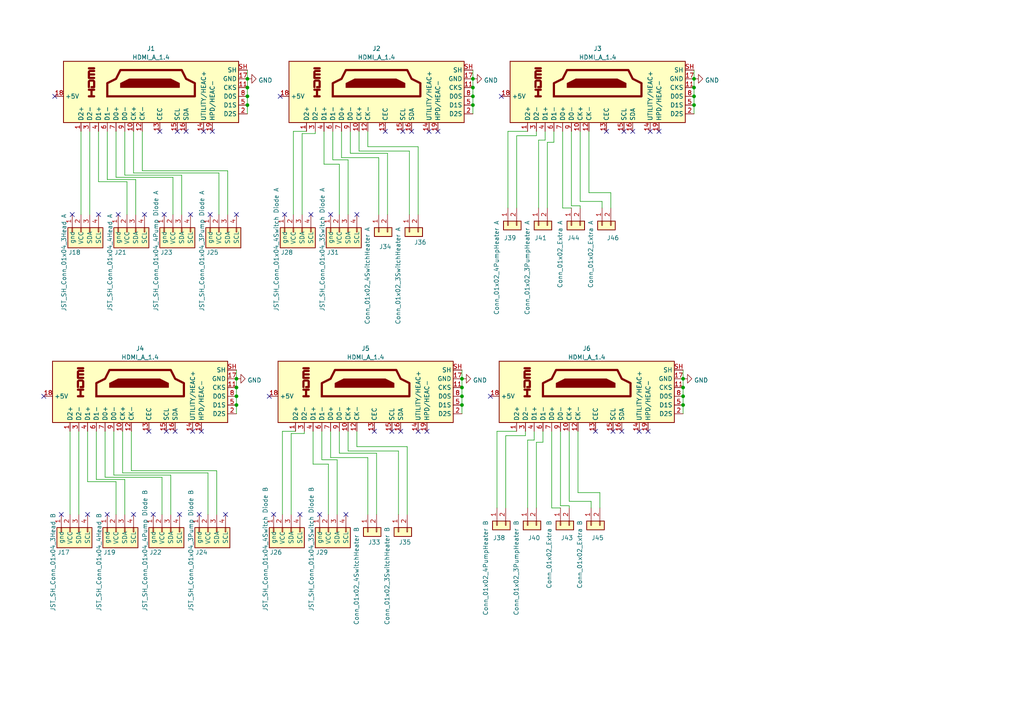
<source format=kicad_sch>
(kicad_sch (version 20211123) (generator eeschema)
  (paper "A4")
  (lib_symbols
    (symbol "0JLC:JST_SH_Conn_01x04_i2c_horizontal" (pin_names (offset 1.016))
      (property "Reference" "J" (at 0 5.08 0))
      (property "Value" "0JLC_JST_SH_Conn_01x04_i2c_horizontal" (at 0 -7.62 0))
      (symbol "JST_SH_Conn_01x04_i2c_horizontal_1_1"
        (rectangle (start -1.27 -4.953) (end 0 -5.207) (stroke (width 0.1524)))
        (rectangle (start -1.27 -2.413) (end 0 -2.667) (stroke (width 0.1524)))
        (rectangle (start -1.27 0.127) (end 0 -0.127) (stroke (width 0.1524)))
        (rectangle (start -1.27 2.667) (end 0 2.413) (stroke (width 0.1524)))
        (rectangle (start -1.27 3.81) (end 4.572 -6.35) (stroke (width 0.254)) (fill (type background)))
        (pin passive line (at -5.08 2.54 0) (length 3.81) (name "gnd") (number "1"))
        (pin passive line (at -5.08 0 0) (length 3.81) (name "VCC") (number "2"))
        (pin passive line (at -5.08 -2.54 0) (length 3.81) (name "SDA") (number "3"))
        (pin passive line (at -5.08 -5.08 0) (length 3.81) (name "SCL") (number "4"))
      )
    )
    (symbol "Connector:HDMI_A_1.4"
      (property "Reference" "J" (at -6.35 26.67 0))
      (property "Value" "HDMI_A_1.4" (at 10.16 26.67 0))
      (symbol "HDMI_A_1.4_0_0"
        (polyline (pts (xy 8.128 16.51) (xy 8.128 18.034)) (stroke (width 0.635)))
        (polyline (pts (xy 0 16.51) (xy 0 18.034) (xy 0 17.272) (xy 1.905 17.272) (xy 1.905 18.034) (xy 1.905 16.51)) (stroke (width 0.635)))
        (polyline (pts (xy 2.667 18.034) (xy 4.318 18.034) (xy 4.572 17.78) (xy 4.572 16.764) (xy 4.318 16.51) (xy 2.667 16.51) (xy 2.667 17.272)) (stroke (width 0.635)))
      )
      (symbol "HDMI_A_1.4_0_1"
        (rectangle (start -7.62 25.4) (end 10.16 -25.4) (stroke (width 0.254)) (fill (type background)))
        (polyline (pts (xy 2.54 8.89) (xy 3.81 8.89) (xy 5.08 6.35) (xy 5.08 -5.715) (xy 3.81 -8.255) (xy 2.54 -8.255) (xy 2.54 8.89)) (fill (type outline)))
        (polyline (pts (xy 5.334 16.51) (xy 5.334 18.034) (xy 6.35 18.034) (xy 6.35 16.51) (xy 6.35 18.034) (xy 7.112 18.034) (xy 7.366 17.78) (xy 7.366 16.51)) (stroke (width 0.635)))
        (polyline (pts (xy 0 12.7) (xy 0 -12.7) (xy 3.81 -12.7) (xy 5.08 -10.16) (xy 7.62 -8.89) (xy 7.62 8.89) (xy 5.08 10.16) (xy 3.81 12.7) (xy 0 12.7)) (stroke (width 0.635)))
      )
      (symbol "HDMI_A_1.4_1_1"
        (pin passive line (at -10.16 20.32 0) (length 2.54) (name "D2+") (number "1"))
        (pin passive line (at -10.16 5.08 0) (length 2.54) (name "CK+") (number "10"))
        (pin power_in line (at 2.54 -27.94 90) (length 2.54) (name "CKS") (number "11"))
        (pin passive line (at -10.16 2.54 0) (length 2.54) (name "CK-") (number "12"))
        (pin bidirectional line (at -10.16 -2.54 0) (length 2.54) (name "CEC") (number "13"))
        (pin passive line (at -10.16 -15.24 0) (length 2.54) (name "UTILITY/HEAC+") (number "14"))
        (pin passive line (at -10.16 -7.62 0) (length 2.54) (name "SCL") (number "15"))
        (pin bidirectional line (at -10.16 -10.16 0) (length 2.54) (name "SDA") (number "16"))
        (pin power_in line (at 5.08 -27.94 90) (length 2.54) (name "GND") (number "17"))
        (pin power_in line (at 0 27.94 270) (length 2.54) (name "+5V") (number "18"))
        (pin passive line (at -10.16 -17.78 0) (length 2.54) (name "HPD/HEAC-") (number "19"))
        (pin power_in line (at -5.08 -27.94 90) (length 2.54) (name "D2S") (number "2"))
        (pin passive line (at -10.16 17.78 0) (length 2.54) (name "D2-") (number "3"))
        (pin passive line (at -10.16 15.24 0) (length 2.54) (name "D1+") (number "4"))
        (pin power_in line (at -2.54 -27.94 90) (length 2.54) (name "D1S") (number "5"))
        (pin passive line (at -10.16 12.7 0) (length 2.54) (name "D1-") (number "6"))
        (pin passive line (at -10.16 10.16 0) (length 2.54) (name "D0+") (number "7"))
        (pin power_in line (at 0 -27.94 90) (length 2.54) (name "D0S") (number "8"))
        (pin passive line (at -10.16 7.62 0) (length 2.54) (name "D0-") (number "9"))
        (pin passive line (at 7.62 -27.94 90) (length 2.54) (name "SH") (number "SH"))
      )
    )
    (symbol "Connector_Generic:Conn_01x02" (pin_names (offset 1.016) hide)
      (property "Reference" "J" (at 0 2.54 0))
      (property "Value" "Conn_01x02" (at 0 -5.08 0))
      (symbol "Conn_01x02_1_1"
        (rectangle (start -1.27 -2.413) (end 0 -2.667) (stroke (width 0.1524)))
        (rectangle (start -1.27 0.127) (end 0 -0.127) (stroke (width 0.1524)))
        (rectangle (start -1.27 1.27) (end 1.27 -3.81) (stroke (width 0.254)) (fill (type background)))
        (pin passive line (at -5.08 0 0) (length 3.81) (name "Pin_1") (number "1"))
        (pin passive line (at -5.08 -2.54 0) (length 3.81) (name "Pin_2") (number "2"))
      )
    )
    (symbol "power:GND" (power) (pin_names (offset 0))
      (property "Value" "GND" (at 0 -3.81 0))
      (symbol "GND_0_1"
        (polyline (pts (xy 0 0) (xy 0 -1.27) (xy 1.27 -1.27) (xy 0 -2.54) (xy -1.27 -1.27) (xy 0 -1.27)))
      )
      (symbol "GND_1_1"
        (pin power_in line (at 0 0 270) (length 0) hide (name "GND") (number "1"))
      )
    )
  )
  (junction (at 133.985 109.855))
  (junction (at 72.39 231.14))
  (junction (at 133.35 238.76))
  (junction (at 133.35 231.14))
  (junction (at 71.755 22.86))
  (junction (at 137.16 25.4))
  (junction (at 198.12 117.475))
  (junction (at 68.58 109.855))
  (junction (at 137.16 30.48))
  (junction (at 201.295 27.94))
  (junction (at 71.755 25.4))
  (junction (at 68.58 112.395))
  (junction (at 201.295 25.4))
  (junction (at 71.755 30.48))
  (junction (at 133.985 117.475))
  (junction (at 68.58 114.935))
  (junction (at 201.295 30.48))
  (junction (at 198.12 109.855))
  (junction (at 72.39 238.76))
  (junction (at 137.16 27.94))
  (junction (at 198.12 114.935))
  (junction (at 133.35 233.68))
  (junction (at 71.755 27.94))
  (junction (at 198.12 112.395))
  (junction (at 68.58 117.475))
  (junction (at 137.16 22.86))
  (junction (at 194.056 235.966))
  (junction (at 194.056 238.506))
  (junction (at 194.056 233.426))
  (junction (at 133.35 230.886))
  (junction (at 133.35 236.22))
  (junction (at 72.39 236.22))
  (junction (at 194.056 230.886))
  (junction (at 133.985 112.395))
  (junction (at 72.39 233.68))
  (junction (at 201.295 22.86))
  (junction (at 133.985 114.935))
  (no_connect (at 82.55 62.23))
  (no_connect (at 90.17 62.23))
  (no_connect (at 177.8 125.095))
  (no_connect (at 68.58 62.23))
  (no_connect (at 52.07 149.225))
  (no_connect (at 58.42 125.095))
  (no_connect (at 65.405 149.225))
  (no_connect (at 185.42 125.095))
  (no_connect (at 92.71 149.225))
  (no_connect (at 86.995 149.225))
  (no_connect (at 47.625 62.23))
  (no_connect (at 55.88 125.095))
  (no_connect (at 50.8 125.095))
  (no_connect (at 187.96 125.095))
  (no_connect (at 142.24 114.935))
  (no_connect (at 138.43 236.22))
  (no_connect (at 16.51 236.22))
  (no_connect (at 77.47 236.22))
  (no_connect (at 172.72 125.095))
  (no_connect (at 180.34 125.095))
  (no_connect (at 17.78 149.225))
  (no_connect (at 81.28 27.94))
  (no_connect (at 48.26 125.095))
  (no_connect (at 44.45 149.225))
  (no_connect (at 43.18 125.095))
  (no_connect (at 57.785 149.225))
  (no_connect (at 60.96 62.23))
  (no_connect (at 108.585 125.095))
  (no_connect (at 127 38.1))
  (no_connect (at 124.46 38.1))
  (no_connect (at 111.76 38.1))
  (no_connect (at 116.84 38.1))
  (no_connect (at 119.38 38.1))
  (no_connect (at 116.205 125.095))
  (no_connect (at 121.285 125.095))
  (no_connect (at 113.665 125.095))
  (no_connect (at 123.825 125.095))
  (no_connect (at 184.15 246.38))
  (no_connect (at 181.61 246.38))
  (no_connect (at 176.53 246.38))
  (no_connect (at 173.99 246.38))
  (no_connect (at 168.91 246.38))
  (no_connect (at 113.03 246.38))
  (no_connect (at 115.57 246.38))
  (no_connect (at 120.65 246.38))
  (no_connect (at 123.19 246.38))
  (no_connect (at 46.99 246.38))
  (no_connect (at 52.07 246.38))
  (no_connect (at 107.95 246.38))
  (no_connect (at 62.23 246.38))
  (no_connect (at 54.61 246.38))
  (no_connect (at 59.69 246.38))
  (no_connect (at 100.33 149.225))
  (no_connect (at 78.105 114.935))
  (no_connect (at 59.055 38.1))
  (no_connect (at 53.975 38.1))
  (no_connect (at 61.595 38.1))
  (no_connect (at 15.875 27.94))
  (no_connect (at 46.355 38.1))
  (no_connect (at 51.435 38.1))
  (no_connect (at 79.375 149.225))
  (no_connect (at 12.7 114.935))
  (no_connect (at 31.115 149.225))
  (no_connect (at 20.955 62.23))
  (no_connect (at 28.575 62.23))
  (no_connect (at 41.91 62.23))
  (no_connect (at 25.4 149.225))
  (no_connect (at 95.885 62.23))
  (no_connect (at 103.505 62.23))
  (no_connect (at 34.29 62.23))
  (no_connect (at 55.245 62.23))
  (no_connect (at 38.735 149.225))
  (no_connect (at 180.975 38.1))
  (no_connect (at 175.895 38.1))
  (no_connect (at 183.515 38.1))
  (no_connect (at 188.595 38.1))
  (no_connect (at 191.135 38.1))
  (no_connect (at 145.415 27.94))
  (wire (pts (xy 133.35 238.76) (xy 133.35 241.3)))
  (wire (pts (xy 168.275 38.1) (xy 168.275 58.42)))
  (wire (pts (xy 41.91 246.38) (xy 41.91 260.35)))
  (wire (pts (xy 46.99 138.43) (xy 46.99 149.225)))
  (wire (pts (xy 146.05 259.08) (xy 146.05 247.65)))
  (wire (pts (xy 194.056 238.506) (xy 194.31 241.3)))
  (wire (pts (xy 68.58 109.855) (xy 68.58 112.395)))
  (wire (pts (xy 146.05 246.38) (xy 143.51 246.38)))
  (wire (pts (xy 72.39 233.68) (xy 72.39 236.22)))
  (wire (pts (xy 84.455 125.73) (xy 88.265 125.73)))
  (wire (pts (xy 161.29 254) (xy 161.29 246.38)))
  (wire (pts (xy 31.75 252.73) (xy 31.75 260.35)))
  (wire (pts (xy 87.63 247.65) (xy 87.63 246.38)))
  (wire (pts (xy 118.11 149.225) (xy 118.11 129.54)))
  (wire (pts (xy 95.885 125.095) (xy 95.885 132.715)))
  (wire (pts (xy 194.31 233.68) (xy 194.056 233.426)))
  (wire (pts (xy 194.31 231.14) (xy 194.056 230.886)))
  (wire (pts (xy 71.755 27.94) (xy 71.755 30.48)))
  (wire (pts (xy 95.885 132.715) (xy 106.68 132.715)))
  (wire (pts (xy 177.165 55.88) (xy 177.165 60.325)))
  (wire (pts (xy 153.67 252.73) (xy 153.67 246.38)))
  (wire (pts (xy 137.16 27.94) (xy 137.16 30.48)))
  (wire (pts (xy 168.275 59.69) (xy 168.275 60.325)))
  (wire (pts (xy 140.97 251.46) (xy 140.97 259.08)))
  (wire (pts (xy 71.755 30.48) (xy 71.755 33.02)))
  (wire (pts (xy 148.59 247.65) (xy 148.59 246.38)))
  (wire (pts (xy 133.35 230.886) (xy 133.35 231.14)))
  (wire (pts (xy 88.265 125.095) (xy 88.265 125.73)))
  (wire (pts (xy 147.32 60.325) (xy 147.32 38.1)))
  (wire (pts (xy 68.58 114.935) (xy 68.58 117.475)))
  (wire (pts (xy 146.685 147.32) (xy 146.685 126.365)))
  (wire (pts (xy 36.195 38.1) (xy 36.195 50.8)))
  (wire (pts (xy 29.21 246.38) (xy 29.21 248.92)))
  (wire (pts (xy 31.75 252.73) (xy 39.37 252.73)))
  (wire (pts (xy 198.12 117.475) (xy 198.12 120.015)))
  (wire (pts (xy 149.86 60.325) (xy 149.86 39.37)))
  (wire (pts (xy 62.865 136.525) (xy 62.865 149.225)))
  (wire (pts (xy 100.965 130.81) (xy 115.57 130.81)))
  (wire (pts (xy 20.32 125.095) (xy 20.32 149.225)))
  (wire (pts (xy 158.75 60.325) (xy 158.75 41.275)))
  (wire (pts (xy 201.295 20.32) (xy 201.295 22.86)))
  (wire (pts (xy 100.33 246.38) (xy 100.33 259.08)))
  (wire (pts (xy 39.37 52.07) (xy 39.37 62.23)))
  (wire (pts (xy 109.855 45.72) (xy 109.855 62.23)))
  (wire (pts (xy 82.55 259.08) (xy 82.55 246.38)))
  (wire (pts (xy 109.22 131.445) (xy 98.425 131.445)))
  (wire (pts (xy 151.13 251.46) (xy 140.97 251.46)))
  (wire (pts (xy 201.295 30.48) (xy 201.295 33.02)))
  (wire (pts (xy 31.115 38.1) (xy 31.115 52.07)))
  (wire (pts (xy 30.48 125.095) (xy 30.48 138.43)))
  (wire (pts (xy 137.16 25.4) (xy 137.16 27.94)))
  (wire (pts (xy 158.75 246.38) (xy 158.75 259.08)))
  (wire (pts (xy 153.67 254) (xy 161.29 254)))
  (wire (pts (xy 194.056 230.886) (xy 194.056 233.426)))
  (wire (pts (xy 71.755 20.32) (xy 71.755 22.86)))
  (wire (pts (xy 68.58 112.395) (xy 68.58 114.935)))
  (wire (pts (xy 41.91 260.35) (xy 39.37 260.35)))
  (wire (pts (xy 153.035 147.32) (xy 153.035 127.635)))
  (wire (pts (xy 93.345 125.095) (xy 93.345 133.35)))
  (wire (pts (xy 28.575 52.705) (xy 28.575 38.1)))
  (wire (pts (xy 68.58 107.315) (xy 68.58 109.855)))
  (wire (pts (xy 97.79 246.38) (xy 97.79 259.08)))
  (wire (pts (xy 158.115 40.64) (xy 158.115 38.1)))
  (wire (pts (xy 137.16 20.32) (xy 137.16 22.86)))
  (wire (pts (xy 171.45 145.415) (xy 171.45 147.32)))
  (wire (pts (xy 133.985 107.315) (xy 133.985 109.855)))
  (wire (pts (xy 20.32 260.35) (xy 20.32 250.19)))
  (wire (pts (xy 100.965 125.095) (xy 100.965 130.81)))
  (wire (pts (xy 155.575 39.37) (xy 155.575 38.1)))
  (wire (pts (xy 103.505 129.54) (xy 103.505 125.095)))
  (wire (pts (xy 156.21 246.38) (xy 156.21 259.08)))
  (wire (pts (xy 154.94 127.635) (xy 154.94 125.095)))
  (wire (pts (xy 157.48 128.27) (xy 157.48 125.095)))
  (wire (pts (xy 95.25 134.62) (xy 95.25 149.225)))
  (wire (pts (xy 26.035 38.1) (xy 26.035 62.23)))
  (wire (pts (xy 133.35 231.14) (xy 133.35 233.68)))
  (wire (pts (xy 38.1 136.525) (xy 62.865 136.525)))
  (wire (pts (xy 25.4 139.7) (xy 25.4 125.095)))
  (wire (pts (xy 133.985 114.935) (xy 133.985 117.475)))
  (wire (pts (xy 118.745 43.815) (xy 118.745 62.23)))
  (wire (pts (xy 68.58 117.475) (xy 68.58 120.015)))
  (wire (pts (xy 95.25 246.38) (xy 95.25 259.08)))
  (wire (pts (xy 165.1 145.415) (xy 171.45 145.415)))
  (wire (pts (xy 194.31 236.22) (xy 194.056 235.966)))
  (wire (pts (xy 168.275 58.42) (xy 174.625 58.42)))
  (wire (pts (xy 85.09 259.08) (xy 85.09 247.65)))
  (wire (pts (xy 143.51 246.38) (xy 143.51 259.08)))
  (wire (pts (xy 137.16 30.48) (xy 137.16 33.02)))
  (wire (pts (xy 194.056 235.966) (xy 194.056 238.506)))
  (wire (pts (xy 97.79 133.35) (xy 97.79 149.225)))
  (wire (pts (xy 85.09 38.1) (xy 88.9 38.1)))
  (wire (pts (xy 109.22 149.225) (xy 109.22 131.445)))
  (wire (pts (xy 153.035 127.635) (xy 154.94 127.635)))
  (wire (pts (xy 165.735 59.69) (xy 168.275 59.69)))
  (wire (pts (xy 31.115 52.07) (xy 39.37 52.07)))
  (wire (pts (xy 161.29 259.08) (xy 163.83 259.08)))
  (wire (pts (xy 98.425 131.445) (xy 98.425 125.095)))
  (wire (pts (xy 81.915 125.095) (xy 81.915 149.225)))
  (wire (pts (xy 33.655 51.435) (xy 50.165 51.435)))
  (wire (pts (xy 87.63 62.23) (xy 87.63 38.735)))
  (wire (pts (xy 133.985 117.475) (xy 133.985 120.015)))
  (wire (pts (xy 50.165 51.435) (xy 50.165 62.23)))
  (wire (pts (xy 80.01 250.19) (xy 90.17 250.19)))
  (wire (pts (xy 162.56 125.095) (xy 162.56 146.685)))
  (wire (pts (xy 27.94 125.095) (xy 27.94 139.065)))
  (wire (pts (xy 106.68 251.46) (xy 102.87 251.46)))
  (wire (pts (xy 34.29 246.38) (xy 34.29 260.35)))
  (wire (pts (xy 100.965 46.355) (xy 100.965 62.23)))
  (wire (pts (xy 194.31 238.76) (xy 194.056 238.506)))
  (wire (pts (xy 158.75 41.275) (xy 160.655 41.275)))
  (wire (pts (xy 92.71 252.73) (xy 92.71 246.38)))
  (wire (pts (xy 133.35 236.22) (xy 133.35 238.76)))
  (wire (pts (xy 84.455 149.225) (xy 84.455 125.73)))
  (wire (pts (xy 115.57 130.81) (xy 115.57 149.225)))
  (wire (pts (xy 15.24 246.38) (xy 24.13 246.38)))
  (wire (pts (xy 152.4 126.365) (xy 152.4 125.095)))
  (wire (pts (xy 41.275 38.1) (xy 41.275 49.53)))
  (wire (pts (xy 148.59 259.08) (xy 148.59 252.73)))
  (wire (pts (xy 33.655 38.1) (xy 33.655 51.435)))
  (wire (pts (xy 194.31 228.6) (xy 194.056 230.886)))
  (wire (pts (xy 106.68 132.715) (xy 106.68 149.225)))
  (wire (pts (xy 147.32 38.1) (xy 153.035 38.1)))
  (wire (pts (xy 106.68 259.08) (xy 106.68 251.46)))
  (wire (pts (xy 80.01 259.08) (xy 80.01 250.19)))
  (wire (pts (xy 98.425 47.625) (xy 93.98 47.625)))
  (wire (pts (xy 71.755 25.4) (xy 71.755 27.94)))
  (wire (pts (xy 144.145 125.095) (xy 149.86 125.095)))
  (wire (pts (xy 106.68 42.545) (xy 106.68 38.1)))
  (wire (pts (xy 72.39 236.22) (xy 72.39 238.76)))
  (wire (pts (xy 121.285 62.23) (xy 121.285 42.545)))
  (wire (pts (xy 165.1 125.095) (xy 165.1 145.415)))
  (wire (pts (xy 162.56 146.685) (xy 165.1 146.685)))
  (wire (pts (xy 144.145 147.32) (xy 144.145 125.095)))
  (wire (pts (xy 87.63 259.08) (xy 87.63 252.73)))
  (wire (pts (xy 146.685 126.365) (xy 152.4 126.365)))
  (wire (pts (xy 33.655 139.7) (xy 25.4 139.7)))
  (wire (pts (xy 146.05 247.65) (xy 148.59 247.65)))
  (wire (pts (xy 38.1 125.095) (xy 38.1 136.525)))
  (wire (pts (xy 112.395 44.45) (xy 101.6 44.45)))
  (wire (pts (xy 156.21 60.325) (xy 156.21 40.64)))
  (wire (pts (xy 85.09 247.65) (xy 87.63 247.65)))
  (wire (pts (xy 151.13 246.38) (xy 151.13 251.46)))
  (wire (pts (xy 170.815 38.1) (xy 170.815 55.88)))
  (wire (pts (xy 72.39 228.6) (xy 72.39 231.14)))
  (wire (pts (xy 170.815 55.88) (xy 177.165 55.88)))
  (wire (pts (xy 71.755 22.86) (xy 71.755 25.4)))
  (wire (pts (xy 98.425 47.625) (xy 98.425 62.23)))
  (wire (pts (xy 133.35 228.6) (xy 133.35 230.886)))
  (wire (pts (xy 63.5 50.165) (xy 63.5 62.23)))
  (wire (pts (xy 36.83 52.705) (xy 36.83 62.23)))
  (wire (pts (xy 93.98 47.625) (xy 93.98 38.1)))
  (wire (pts (xy 82.55 246.38) (xy 85.09 246.38)))
  (wire (pts (xy 36.195 50.8) (xy 52.705 50.8)))
  (wire (pts (xy 81.915 125.095) (xy 85.725 125.095)))
  (wire (pts (xy 38.735 50.165) (xy 63.5 50.165)))
  (wire (pts (xy 198.12 107.315) (xy 198.12 109.855)))
  (wire (pts (xy 118.11 129.54) (xy 103.505 129.54)))
  (wire (pts (xy 198.12 109.855) (xy 198.12 112.395)))
  (wire (pts (xy 121.285 42.545) (xy 106.68 42.545)))
  (wire (pts (xy 99.06 45.72) (xy 109.855 45.72)))
  (wire (pts (xy 104.14 43.815) (xy 118.745 43.815)))
  (wire (pts (xy 27.94 139.065) (xy 36.195 139.065)))
  (wire (pts (xy 41.275 49.53) (xy 66.04 49.53)))
  (wire (pts (xy 173.99 142.875) (xy 173.99 147.32)))
  (wire (pts (xy 165.1 146.685) (xy 165.1 147.32)))
  (wire (pts (xy 163.83 259.08) (xy 163.83 246.38)))
  (wire (pts (xy 194.056 233.426) (xy 194.056 235.966)))
  (wire (pts (xy 22.86 125.095) (xy 22.86 149.225)))
  (wire (pts (xy 36.195 139.065) (xy 36.195 149.225)))
  (wire (pts (xy 95.25 134.62) (xy 90.805 134.62)))
  (wire (pts (xy 155.575 147.32) (xy 155.575 128.27)))
  (wire (pts (xy 90.17 250.19) (xy 90.17 246.38)))
  (wire (pts (xy 160.655 41.275) (xy 160.655 38.1)))
  (wire (pts (xy 163.195 38.1) (xy 163.195 60.325)))
  (wire (pts (xy 12.7 248.92) (xy 29.21 248.92)))
  (wire (pts (xy 165.735 38.1) (xy 165.735 59.69)))
  (wire (pts (xy 163.195 60.325) (xy 165.735 60.325)))
  (wire (pts (xy 137.16 22.86) (xy 137.16 25.4)))
  (wire (pts (xy 20.32 250.19) (xy 31.75 250.19)))
  (wire (pts (xy 30.48 138.43) (xy 46.99 138.43)))
  (wire (pts (xy 133.35 233.68) (xy 133.35 236.22)))
  (wire (pts (xy 39.37 246.38) (xy 39.37 252.73)))
  (wire (pts (xy 31.75 250.19) (xy 31.75 246.38)))
  (wire (pts (xy 167.64 142.875) (xy 173.99 142.875)))
  (wire (pts (xy 33.655 139.7) (xy 33.655 149.225)))
  (wire (pts (xy 23.495 38.1) (xy 23.495 62.23)))
  (wire (pts (xy 38.735 38.1) (xy 38.735 50.165)))
  (wire (pts (xy 149.86 39.37) (xy 155.575 39.37)))
  (wire (pts (xy 91.44 38.1) (xy 91.44 38.735)))
  (wire (pts (xy 52.705 50.8) (xy 52.705 62.23)))
  (wire (pts (xy 156.21 40.64) (xy 158.115 40.64)))
  (wire (pts (xy 160.02 125.095) (xy 160.02 147.32)))
  (wire (pts (xy 201.295 27.94) (xy 201.295 30.48)))
  (wire (pts (xy 104.14 38.1) (xy 104.14 43.815)))
  (wire (pts (xy 102.87 251.46) (xy 102.87 246.38)))
  (wire (pts (xy 85.09 38.1) (xy 85.09 62.23)))
  (wire (pts (xy 198.12 112.395) (xy 198.12 114.935)))
  (wire (pts (xy 36.83 52.705) (xy 28.575 52.705)))
  (wire (pts (xy 100.33 259.08) (xy 104.14 259.08)))
  (wire (pts (xy 35.56 125.095) (xy 35.56 137.16)))
  (wire (pts (xy 49.53 137.795) (xy 49.53 149.225)))
  (wire (pts (xy 87.63 38.735) (xy 91.44 38.735)))
  (wire (pts (xy 155.575 128.27) (xy 157.48 128.27)))
  (wire (pts (xy 201.295 22.86) (xy 201.295 25.4)))
  (wire (pts (xy 96.52 46.355) (xy 100.965 46.355)))
  (wire (pts (xy 66.04 49.53) (xy 66.04 62.23)))
  (wire (pts (xy 17.78 247.65) (xy 17.78 260.35)))
  (wire (pts (xy 96.52 38.1) (xy 96.52 46.355)))
  (wire (pts (xy 90.805 134.62) (xy 90.805 125.095)))
  (wire (pts (xy 198.12 114.935) (xy 198.12 117.475)))
  (wire (pts (xy 160.02 147.32) (xy 162.56 147.32)))
  (wire (pts (xy 12.7 248.92) (xy 12.7 260.35)))
  (wire (pts (xy 99.06 38.1) (xy 99.06 45.72)))
  (wire (pts (xy 72.39 238.76) (xy 72.39 241.3)))
  (wire (pts (xy 17.78 247.65) (xy 26.67 247.65)))
  (wire (pts (xy 167.64 125.095) (xy 167.64 142.875)))
  (wire (pts (xy 72.39 231.14) (xy 72.39 233.68)))
  (wire (pts (xy 87.63 252.73) (xy 92.71 252.73)))
  (wire (pts (xy 153.67 254) (xy 153.67 259.08)))
  (wire (pts (xy 60.325 137.16) (xy 60.325 149.225)))
  (wire (pts (xy 133.985 109.855) (xy 133.985 112.395)))
  (wire (pts (xy 112.395 62.23) (xy 112.395 44.45)))
  (wire (pts (xy 201.295 25.4) (xy 201.295 27.94)))
  (wire (pts (xy 35.56 137.16) (xy 60.325 137.16)))
  (wire (pts (xy 101.6 44.45) (xy 101.6 38.1)))
  (wire (pts (xy 148.59 252.73) (xy 153.67 252.73)))
  (wire (pts (xy 15.24 260.35) (xy 15.24 246.38)))
  (wire (pts (xy 33.02 125.095) (xy 33.02 137.795)))
  (wire (pts (xy 133.985 112.395) (xy 133.985 114.935)))
  (wire (pts (xy 174.625 58.42) (xy 174.625 60.325)))
  (wire (pts (xy 36.83 246.38) (xy 36.83 260.35)))
  (wire (pts (xy 33.02 137.795) (xy 49.53 137.795)))
  (wire (pts (xy 93.345 133.35) (xy 97.79 133.35)))
  (wire (pts (xy 26.67 247.65) (xy 26.67 246.38)))
  (symbol (lib_id "Connector_Generic:Conn_01x02") (at 144.145 152.4 90) (mirror x) (unit 1)
    (property "Reference" "J38" (at 146.558 156.0103 90) (effects (justify left)))
    (property "Value" "Conn_01x02_4PumpHeater B" (at 140.843 150.9272 0) (effects (justify left)))
    (property "Footprint" "Connector_JST:JST_PH_B2B-PH-K_1x02_P2.00mm_Vertical" (effects hide))
    (property "LCSC" "C2683610" (effects hide))
  )
  (symbol (lib_id "0JLC:JST_SH_Conn_01x04_i2c_horizontal") (at 95.25 154.305 90) (mirror x) (unit 1)
    (property "Reference" "J29" (at 91.567 160.2013 90) (effects (justify right)))
    (property "Value" "JST_SH_Conn_01x04_3Switch Diode B" (at 90.297 177.3432 0) (effects (justify right)))
    (property "Footprint" "Connector_JST:JST_SH_BM04B-SRSS-TB_1x04-1MP_P1.00mm_Vertical" (effects hide))
    (property "LCSC" "C160390" (effects hide))
    (property "MPN" "A1001WR-S" (effects hide))
  )
  (symbol (lib_id "0JLC:JST_SH_Conn_01x04_i2c_horizontal") (at 81.915 154.305 90) (mirror x) (unit 1)
    (property "Reference" "J26" (at 78.232 160.2013 90) (effects (justify right)))
    (property "Value" "JST_SH_Conn_01x04_4Switch Diode B" (at 76.962 177.3432 0) (effects (justify right)))
    (property "Footprint" "Connector_JST:JST_SH_BM04B-SRSS-TB_1x04-1MP_P1.00mm_Vertical" (effects hide))
    (property "LCSC" "C160390" (effects hide))
    (property "MPN" "A1001WR-S" (effects hide))
  )
  (symbol (lib_id "power:GND") (at 71.755 22.86 90) (unit 1)
    (property "Reference" "#PWR0103" (effects hide))
    (property "Value" "GND" (at 74.93 23.2938 90) (effects (justify right)))
  )
  (symbol (lib_id "0JLC:JST_SH_Conn_01x04_i2c_horizontal") (at 33.655 154.305 90) (mirror x) (unit 1)
    (property "Reference" "J19" (at 29.972 160.2013 90) (effects (justify right)))
    (property "Value" "JST_SH_Conn_01x04_4Head B" (at 28.702 177.3432 0) (effects (justify right)))
    (property "Footprint" "Connector_JST:JST_SH_BM04B-SRSS-TB_1x04-1MP_P1.00mm_Vertical" (effects hide))
    (property "LCSC" "C160390" (effects hide))
    (property "MPN" "A1001WR-S" (effects hide))
  )
  (symbol (lib_id "Connector_Generic:Conn_01x02") (at 165.735 65.405 90) (mirror x) (unit 1)
    (property "Reference" "J44" (at 168.148 69.0153 90) (effects (justify left)))
    (property "Value" "Conn_01x02_Extra A" (at 162.433 63.9322 0) (effects (justify left)))
    (property "Footprint" "Connector_JST:JST_PH_B2B-PH-K_1x02_P2.00mm_Vertical" (effects hide))
    (property "LCSC" "C2683610" (effects hide))
  )
  (symbol (lib_id "Connector_Generic:Conn_01x02") (at 106.68 154.305 90) (mirror x) (unit 1)
    (property "Reference" "J33" (at 110.363 157.2803 90) (effects (justify left)))
    (property "Value" "Conn_01x02_4SwitchHeater B" (at 103.378 152.8322 0) (effects (justify left)))
    (property "Footprint" "Connector_JST:JST_PH_B2B-PH-K_1x02_P2.00mm_Vertical" (effects hide))
    (property "LCSC" "C2683610" (effects hide))
  )
  (symbol (lib_id "power:GND") (at 201.295 22.86 90) (unit 1)
    (property "Reference" "#PWR0111" (effects hide))
    (property "Value" "GND" (at 204.47 23.2938 90) (effects (justify right)))
  )
  (symbol (lib_id "Connector:HDMI_A_1.4") (at 173.355 27.94 90) (unit 1)
    (property "Reference" "J3" (at 173.355 14.0802 90))
    (property "Value" "HDMI_A_1.4" (at 173.355 16.6171 90))
    (property "Footprint" "0Library:HDMI-TH_HDMI-019A" (effects hide))
    (property "Datasheet" "https://en.wikipedia.org/wiki/HDMI" (effects hide))
    (property "LCSC" "C369072" (effects hide))
  )
  (symbol (lib_id "0JLC:JST_SH_Conn_01x04_i2c_horizontal") (at 156.21 264.16 90) (mirror x) (unit 1)
    (property "Reference" "J42" (at 155.194 289.7413 90) (effects (justify right)))
    (property "Value" "JST_SH_Conn_01x04_4K Diode" (at 151.257 287.1982 0) (effects (justify right)))
    (property "Footprint" "Connector_JST:JST_SH_BM04B-SRSS-TB_1x04-1MP_P1.00mm_Vertical" (effects hide))
    (property "LCSC" "C160390" (effects hide))
    (property "MPN" "A1001WR-S" (effects hide))
  )
  (symbol (lib_id "0JLC:JST_SH_Conn_01x04_i2c_horizontal") (at 85.09 67.31 90) (mirror x) (unit 1)
    (property "Reference" "J28" (at 81.407 73.2063 90) (effects (justify right)))
    (property "Value" "JST_SH_Conn_01x04_4Switch Diode A" (at 80.137 90.3482 0) (effects (justify right)))
    (property "Footprint" "Connector_JST:JST_SH_BM04B-SRSS-TB_1x04-1MP_P1.00mm_Vertical" (effects hide))
    (property "LCSC" "C160390" (effects hide))
    (property "MPN" "A1001WR-S" (effects hide))
  )
  (symbol (lib_id "Connector_Generic:Conn_01x02") (at 95.25 264.16 90) (mirror x) (unit 1)
    (property "Reference" "J30" (at 95.123 267.1353 90) (effects (justify left)))
    (property "Value" "Conn_01x02_Still Heater" (at 91.948 262.6872 0) (effects (justify left)))
    (property "Footprint" "Connector_JST:JST_PH_B2B-PH-K_1x02_P2.00mm_Vertical" (effects hide))
    (property "LCSC" "C2683610" (effects hide))
  )
  (symbol (lib_id "0JLC:JST_SH_Conn_01x04_i2c_horizontal") (at 34.29 265.43 90) (mirror x) (unit 1)
    (property "Reference" "J20" (at 33.782 284.0263 90) (effects (justify right)))
    (property "Value" "JST_SH_Conn_01x04_Still" (at 29.337 288.4682 0) (effects (justify right)))
    (property "Footprint" "Connector_JST:JST_SH_BM04B-SRSS-TB_1x04-1MP_P1.00mm_Vertical" (effects hide))
    (property "LCSC" "C160390" (effects hide))
    (property "MPN" "A1001WR-S" (effects hide))
  )
  (symbol (lib_id "0JLC:JST_SH_Conn_01x04_i2c_horizontal") (at 36.83 67.31 90) (mirror x) (unit 1)
    (property "Reference" "J21" (at 33.147 73.2063 90) (effects (justify right)))
    (property "Value" "JST_SH_Conn_01x04_4Head A" (at 31.877 90.3482 0) (effects (justify right)))
    (property "Footprint" "Connector_JST:JST_SH_BM04B-SRSS-TB_1x04-1MP_P1.00mm_Vertical" (effects hide))
    (property "LCSC" "C160390" (effects hide))
    (property "MPN" "A1001WR-S" (effects hide))
  )
  (symbol (lib_id "0JLC:JST_SH_Conn_01x04_i2c_horizontal") (at 143.51 264.16 90) (mirror x) (unit 1)
    (property "Reference" "J37" (at 142.367 290.1731 90) (effects (justify right)))
    (property "Value" "JST_SH_Conn_01x04_40K Diode" (at 138.557 287.1982 0) (effects (justify right)))
    (property "Footprint" "Connector_JST:JST_SH_BM04B-SRSS-TB_1x04-1MP_P1.00mm_Vertical" (effects hide))
    (property "LCSC" "C160390" (effects hide))
    (property "MPN" "A1001WR-S" (effects hide))
  )
  (symbol (lib_id "Connector_Generic:Conn_01x02") (at 118.745 67.31 90) (mirror x) (unit 1)
    (property "Reference" "J36" (at 123.698 70.2853 90) (effects (justify left)))
    (property "Value" "Conn_01x02_3SwitchHeater A" (at 115.443 65.8372 0) (effects (justify left)))
    (property "Footprint" "Connector_JST:JST_PH_B2B-PH-K_1x02_P2.00mm_Vertical" (effects hide))
    (property "LCSC" "C2683610" (effects hide))
  )
  (symbol (lib_id "0JLC:JST_SH_Conn_01x04_i2c_horizontal") (at 23.495 67.31 90) (mirror x) (unit 1)
    (property "Reference" "J18" (at 19.812 73.2063 90) (effects (justify right)))
    (property "Value" "JST_SH_Conn_01x04_3Head A" (at 18.542 90.3482 0) (effects (justify right)))
    (property "Footprint" "Connector_JST:JST_SH_BM04B-SRSS-TB_1x04-1MP_P1.00mm_Vertical" (effects hide))
    (property "LCSC" "C160390" (effects hide))
    (property "MPN" "A1001WR-S" (effects hide))
  )
  (symbol (lib_id "Connector_Generic:Conn_01x02") (at 115.57 154.305 90) (mirror x) (unit 1)
    (property "Reference" "J35" (at 119.253 157.2803 90) (effects (justify left)))
    (property "Value" "Conn_01x02_3SwitchHeater B" (at 112.268 152.8322 0) (effects (justify left)))
    (property "Footprint" "Connector_JST:JST_PH_B2B-PH-K_1x02_P2.00mm_Vertical" (effects hide))
    (property "LCSC" "C2683610" (effects hide))
  )
  (symbol (lib_id "Connector_Generic:Conn_01x02") (at 162.56 152.4 90) (mirror x) (unit 1)
    (property "Reference" "J43" (at 166.243 156.0103 90) (effects (justify left)))
    (property "Value" "Conn_01x02_Extra B" (at 159.258 150.9272 0) (effects (justify left)))
    (property "Footprint" "Connector_JST:JST_PH_B2B-PH-K_1x02_P2.00mm_Vertical" (effects hide))
    (property "LCSC" "C2683610" (effects hide))
  )
  (symbol (lib_id "power:GND") (at 198.12 109.855 90) (unit 1)
    (property "Reference" "#PWR0109" (effects hide))
    (property "Value" "GND" (at 201.295 110.2888 90) (effects (justify right)))
  )
  (symbol (lib_id "power:GND") (at 137.16 22.86 90) (unit 1)
    (property "Reference" "#PWR0108" (effects hide))
    (property "Value" "GND" (at 140.335 23.2938 90) (effects (justify right)))
  )
  (symbol (lib_id "0JLC:JST_SH_Conn_01x04_i2c_horizontal") (at 15.24 265.43 90) (mirror x) (unit 1)
    (property "Reference" "J16" (at 14.732 286.5663 90) (effects (justify right)))
    (property "Value" "JST_SH_Conn_01x04_D HEad" (at 10.287 288.4682 0) (effects (justify right)))
    (property "Footprint" "Connector_JST:JST_SH_BM04B-SRSS-TB_1x04-1MP_P1.00mm_Vertical" (effects hide))
    (property "LCSC" "C160390" (effects hide))
    (property "MPN" "A1001WR-S" (effects hide))
  )
  (symbol (lib_id "power:GND") (at 68.58 109.855 90) (unit 1)
    (property "Reference" "#PWR0104" (effects hide))
    (property "Value" "GND" (at 71.755 110.2888 90) (effects (justify right)))
  )
  (symbol (lib_id "Connector_Generic:Conn_01x02") (at 109.855 67.31 90) (mirror x) (unit 1)
    (property "Reference" "J34" (at 113.538 71.5553 90) (effects (justify left)))
    (property "Value" "Conn_01x02_4SwitchHeater A" (at 106.553 65.8372 0) (effects (justify left)))
    (property "Footprint" "Connector_JST:JST_PH_B2B-PH-K_1x02_P2.00mm_Vertical" (effects hide))
    (property "LCSC" "C2683610" (effects hide))
  )
  (symbol (lib_id "0JLC:JST_SH_Conn_01x04_i2c_horizontal") (at 98.425 67.31 90) (mirror x) (unit 1)
    (property "Reference" "J31" (at 94.742 73.2063 90) (effects (justify right)))
    (property "Value" "JST_SH_Conn_01x04_3Switch Diode A" (at 93.472 90.3482 0) (effects (justify right)))
    (property "Footprint" "Connector_JST:JST_SH_BM04B-SRSS-TB_1x04-1MP_P1.00mm_Vertical" (effects hide))
    (property "LCSC" "C160390" (effects hide))
    (property "MPN" "A1001WR-S" (effects hide))
  )
  (symbol (lib_id "power:GND") (at 72.39 231.14 90) (unit 1)
    (property "Reference" "#PWR0107" (effects hide))
    (property "Value" "GND" (at 75.565 231.5738 90) (effects (justify right)))
  )
  (symbol (lib_id "Connector:HDMI_A_1.4") (at 170.18 114.935 90) (unit 1)
    (property "Reference" "J6" (at 170.18 101.0752 90))
    (property "Value" "HDMI_A_1.4" (at 170.18 103.6121 90))
    (property "Footprint" "0Library:HDMI-TH_HDMI-019A" (effects hide))
    (property "Datasheet" "https://en.wikipedia.org/wiki/HDMI" (effects hide))
    (property "LCSC" "C369072" (effects hide))
  )
  (symbol (lib_id "Connector_Generic:Conn_01x02") (at 153.035 152.4 90) (mirror x) (unit 1)
    (property "Reference" "J40" (at 156.718 156.0103 90) (effects (justify left)))
    (property "Value" "Conn_01x02_3PumpHeater B" (at 149.733 150.9272 0) (effects (justify left)))
    (property "Footprint" "Connector_JST:JST_PH_B2B-PH-K_1x02_P2.00mm_Vertical" (effects hide))
    (property "LCSC" "C2683610" (effects hide))
  )
  (symbol (lib_id "Connector:HDMI_A_1.4") (at 43.815 27.94 90) (unit 1)
    (property "Reference" "J1" (at 43.815 14.0802 90))
    (property "Value" "HDMI_A_1.4" (at 43.815 16.6171 90))
    (property "Footprint" "0Library:HDMI-TH_HDMI-019A" (effects hide))
    (property "Datasheet" "https://en.wikipedia.org/wiki/HDMI" (effects hide))
    (property "LCSC" "C369072" (effects hide))
  )
  (symbol (lib_id "Connector_Generic:Conn_01x02") (at 171.45 152.4 90) (mirror x) (unit 1)
    (property "Reference" "J45" (at 175.133 156.0103 90) (effects (justify left)))
    (property "Value" "Conn_01x02_Extra B" (at 168.148 150.9272 0) (effects (justify left)))
    (property "Footprint" "Connector_JST:JST_PH_B2B-PH-K_1x02_P2.00mm_Vertical" (effects hide))
    (property "LCSC" "C2683610" (effects hide))
  )
  (symbol (lib_id "Connector_Generic:Conn_01x02") (at 174.625 65.405 90) (mirror x) (unit 1)
    (property "Reference" "J46" (at 179.578 69.0153 90) (effects (justify left)))
    (property "Value" "Conn_01x02_Extra A" (at 171.323 63.9322 0) (effects (justify left)))
    (property "Footprint" "Connector_JST:JST_PH_B2B-PH-K_1x02_P2.00mm_Vertical" (effects hide))
    (property "LCSC" "C2683610" (effects hide))
  )
  (symbol (lib_id "Connector_Generic:Conn_01x02") (at 156.21 65.405 90) (mirror x) (unit 1)
    (property "Reference" "J41" (at 158.623 69.0153 90) (effects (justify left)))
    (property "Value" "Conn_01x02_3PumpHeater A" (at 152.908 63.9322 0) (effects (justify left)))
    (property "Footprint" "Connector_JST:JST_PH_B2B-PH-K_1x02_P2.00mm_Vertical" (effects hide))
    (property "LCSC" "C2683610" (effects hide))
  )
  (symbol (lib_id "Connector:HDMI_A_1.4") (at 105.41 236.22 90) (unit 1)
    (property "Reference" "J8" (at 105.41 222.3602 90))
    (property "Value" "HDMI_A_1.4" (at 105.41 224.8971 90))
    (property "Footprint" "0Library:HDMI-TH_HDMI-019A" (effects hide))
    (property "Datasheet" "https://en.wikipedia.org/wiki/HDMI" (effects hide))
    (property "LCSC" "C369072" (effects hide))
  )
  (symbol (lib_id "0JLC:JST_SH_Conn_01x04_i2c_horizontal") (at 82.55 264.16 90) (mirror x) (unit 1)
    (property "Reference" "J27" (at 81.407 286.5663 90) (effects (justify right)))
    (property "Value" "JST_SH_Conn_01x04_Condenser" (at 77.597 287.1982 0) (effects (justify right)))
    (property "Footprint" "Connector_JST:JST_SH_BM04B-SRSS-TB_1x04-1MP_P1.00mm_Vertical" (effects hide))
    (property "LCSC" "C160390" (effects hide))
    (property "MPN" "A1001WR-S" (effects hide))
  )
  (symbol (lib_id "Connector:HDMI_A_1.4") (at 109.22 27.94 90) (unit 1)
    (property "Reference" "J2" (at 109.22 14.0802 90))
    (property "Value" "HDMI_A_1.4" (at 109.22 16.6171 90))
    (property "Footprint" "0Library:HDMI-TH_HDMI-019A" (effects hide))
    (property "Datasheet" "https://en.wikipedia.org/wiki/HDMI" (effects hide))
    (property "LCSC" "C369072" (effects hide))
  )
  (symbol (lib_id "Connector:HDMI_A_1.4") (at 40.64 114.935 90) (unit 1)
    (property "Reference" "J4" (at 40.64 101.0752 90))
    (property "Value" "HDMI_A_1.4" (at 40.64 103.6121 90))
    (property "Footprint" "0Library:HDMI-TH_HDMI-019A" (effects hide))
    (property "Datasheet" "https://en.wikipedia.org/wiki/HDMI" (effects hide))
    (property "LCSC" "C369072" (effects hide))
  )
  (symbol (lib_id "Connector:HDMI_A_1.4") (at 44.45 236.22 90) (unit 1)
    (property "Reference" "J7" (at 43.6153 225.298 0) (effects (justify left)))
    (property "Value" "HDMI_A_1.4" (at 46.1522 225.298 0) (effects (justify left)))
    (property "Footprint" "0Library:HDMI-TH_HDMI-019A" (effects hide))
    (property "Datasheet" "https://en.wikipedia.org/wiki/HDMI" (effects hide))
    (property "LCSC" "C369072" (effects hide))
  )
  (symbol (lib_id "power:GND") (at 194.056 230.886 90) (unit 1)
    (property "Reference" "#PWR0106" (effects hide))
    (property "Value" "GND" (at 197.231 231.3198 90) (effects (justify right)))
  )
  (symbol (lib_id "Connector:HDMI_A_1.4") (at 166.37 236.22 90) (unit 1)
    (property "Reference" "J9" (at 165.5353 225.298 0) (effects (justify left)))
    (property "Value" "HDMI_A_1.4" (at 168.0722 225.298 0) (effects (justify left)))
    (property "Footprint" "0Library:HDMI-TH_HDMI-019A" (effects hide))
    (property "Datasheet" "https://en.wikipedia.org/wiki/HDMI" (effects hide))
    (property "LCSC" "C369072" (effects hide))
  )
  (symbol (lib_id "power:GND") (at 133.35 230.886 90) (unit 1)
    (property "Reference" "#PWR0105" (effects hide))
    (property "Value" "GND" (at 136.525 231.3198 90) (effects (justify right)))
  )
  (symbol (lib_id "Connector_Generic:Conn_01x02") (at 147.32 65.405 90) (mirror x) (unit 1)
    (property "Reference" "J39" (at 149.733 69.0153 90) (effects (justify left)))
    (property "Value" "Conn_01x02_4PumpHeater A" (at 144.018 63.9322 0) (effects (justify left)))
    (property "Footprint" "Connector_JST:JST_PH_B2B-PH-K_1x02_P2.00mm_Vertical" (effects hide))
    (property "LCSC" "C2683610" (effects hide))
  )
  (symbol (lib_id "0JLC:JST_SH_Conn_01x04_i2c_horizontal") (at 60.325 154.305 90) (mirror x) (unit 1)
    (property "Reference" "J24" (at 56.642 160.2013 90) (effects (justify right)))
    (property "Value" "JST_SH_Conn_01x04_3Pump Diode B" (at 55.372 177.3432 0) (effects (justify right)))
    (property "Footprint" "Connector_JST:JST_SH_BM04B-SRSS-TB_1x04-1MP_P1.00mm_Vertical" (effects hide))
    (property "LCSC" "C160390" (effects hide))
    (property "MPN" "A1001WR-S" (effects hide))
  )
  (symbol (lib_id "Connector_Generic:Conn_01x02") (at 104.14 264.16 90) (mirror x) (unit 1)
    (property "Reference" "J32" (at 104.013 267.1353 90) (effects (justify left)))
    (property "Value" "Conn_01x02_15 pin Extra" (at 100.838 262.6872 0) (effects (justify left)))
    (property "Footprint" "Connector_JST:JST_PH_B2B-PH-K_1x02_P2.00mm_Vertical" (effects hide))
    (property "LCSC" "C2683610" (effects hide))
  )
  (symbol (lib_id "0JLC:JST_SH_Conn_01x04_i2c_horizontal") (at 63.5 67.31 90) (mirror x) (unit 1)
    (property "Reference" "J25" (at 59.817 73.2063 90) (effects (justify right)))
    (property "Value" "JST_SH_Conn_01x04_3Pump Diode A" (at 58.547 90.3482 0) (effects (justify right)))
    (property "Footprint" "Connector_JST:JST_SH_BM04B-SRSS-TB_1x04-1MP_P1.00mm_Vertical" (effects hide))
    (property "LCSC" "C160390" (effects hide))
    (property "MPN" "A1001WR-S" (effects hide))
  )
  (symbol (lib_id "0JLC:JST_SH_Conn_01x04_i2c_horizontal") (at 50.165 67.31 90) (mirror x) (unit 1)
    (property "Reference" "J23" (at 46.482 73.2063 90) (effects (justify right)))
    (property "Value" "JST_SH_Conn_01x04_4Pump Diode A" (at 45.212 90.3482 0) (effects (justify right)))
    (property "Footprint" "Connector_JST:JST_SH_BM04B-SRSS-TB_1x04-1MP_P1.00mm_Vertical" (effects hide))
    (property "LCSC" "C160390" (effects hide))
    (property "MPN" "A1001WR-S" (effects hide))
  )
  (symbol (lib_id "0JLC:JST_SH_Conn_01x04_i2c_horizontal") (at 46.99 154.305 90) (mirror x) (unit 1)
    (property "Reference" "J22" (at 43.307 160.2013 90) (effects (justify right)))
    (property "Value" "JST_SH_Conn_01x04_4Pump Diode B" (at 42.037 177.3432 0) (effects (justify right)))
    (property "Footprint" "Connector_JST:JST_SH_BM04B-SRSS-TB_1x04-1MP_P1.00mm_Vertical" (effects hide))
    (property "LCSC" "C160390" (effects hide))
    (property "MPN" "A1001WR-S" (effects hide))
  )
  (symbol (lib_id "power:GND") (at 133.985 109.855 90) (unit 1)
    (property "Reference" "#PWR0110" (effects hide))
    (property "Value" "GND" (at 137.16 110.2888 90) (effects (justify right)))
  )
  (symbol (lib_id "0JLC:JST_SH_Conn_01x04_i2c_horizontal") (at 20.32 154.305 90) (mirror x) (unit 1)
    (property "Reference" "J17" (at 16.637 160.2013 90) (effects (justify right)))
    (property "Value" "JST_SH_Conn_01x04_3Head B" (at 15.367 177.3432 0) (effects (justify right)))
    (property "Footprint" "Connector_JST:JST_SH_BM04B-SRSS-TB_1x04-1MP_P1.00mm_Vertical" (effects hide))
    (property "LCSC" "C160390" (effects hide))
    (property "MPN" "A1001WR-S" (effects hide))
  )
  (symbol (lib_id "Connector:HDMI_A_1.4") (at 106.045 114.935 90) (unit 1)
    (property "Reference" "J5" (at 106.045 101.0752 90))
    (property "Value" "HDMI_A_1.4" (at 106.045 103.6121 90))
    (property "Footprint" "0Library:HDMI-TH_HDMI-019A" (effects hide))
    (property "Datasheet" "https://en.wikipedia.org/wiki/HDMI" (effects hide))
    (property "LCSC" "C369072" (effects hide))
  )
)
</source>
